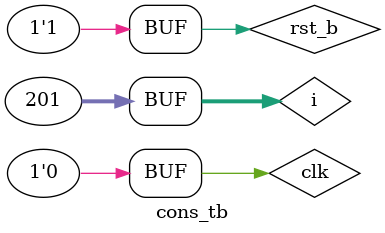
<source format=v>
`include "prod.v"

module cons(
  input clk, rst_b, val,
  input [7:0] data,
  output reg [7:0] sum
);

reg [7:0] anterior;

always @(posedge clk or negedge rst_b) begin
  if(!rst_b) begin sum <= 0; anterior <= 0; end
  else if(val == 1) begin
      if(data >= anterior) begin
        sum <= sum + data;
      end
      anterior <= data;
  end
end

endmodule

module cons_tb;
reg clk, rst_b;
wire [7:0] data, sum;
wire val;

prod circ1(
  .clk(clk),
  .rst_b(rst_b),
  .val(val),
  .data(data)
);

cons circ2(
  .clk(clk),
  .rst_b(rst_b),
  .val(val),
  .data(data),
  .sum(sum)
);

initial begin
  clk = 0;
  rst_b = 0;
end

integer i;
initial begin
  for(i = 1; i <= 200; i = i + 1) begin
    #50; clk = ~clk;
  end
end

initial begin
  #25; rst_b = 1;
end

endmodule
</source>
